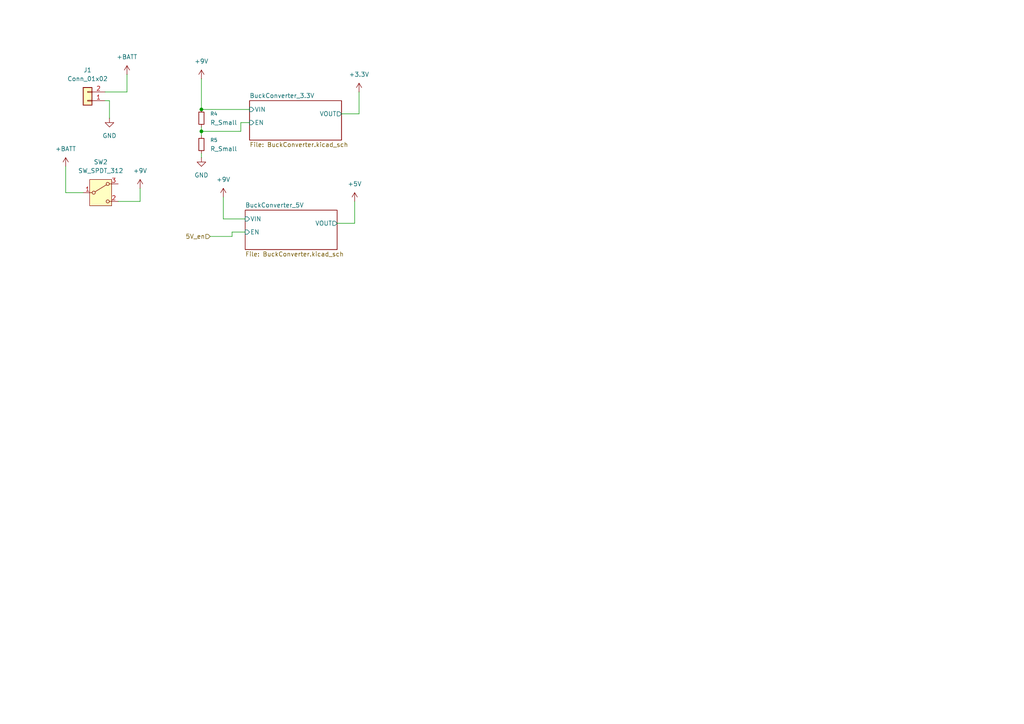
<source format=kicad_sch>
(kicad_sch (version 20250114) (generator "eeschema") (generator_version "9.0")
  (paper "A4")
  (lib_symbols
    (symbol "Connector_Generic:Conn_01x02" (pin_names (offset 1.016) (hide yes))
      (property "Reference" "J" (at 0 2.54 0))
      (property "Value" "Conn_01x02" (at 0 -5.08 0))
      (symbol "Conn_01x02_1_1"
        (rectangle (start -1.27 1.27) (end 1.27 -3.81) (stroke (width 0.254)) (fill (type background)))
        (rectangle (start -1.27 0.127) (end 0 -0.127) (stroke (width 0.1524)))
        (rectangle (start -1.27 -2.413) (end 0 -2.667) (stroke (width 0.1524)))
        (pin passive line (at -5.08 0 0) (length 3.81) (name "Pin_1") (number "1"))
        (pin passive line (at -5.08 -2.54 0) (length 3.81) (name "Pin_2") (number "2"))
      )
    )
    (symbol "Device:R_Small" (pin_numbers (hide yes)) (pin_names (offset 0.254) (hide yes))
      (property "Reference" "R" (at 0 0 90))
      (property "Value" "R_Small" (at 1.778 0 90))
      (symbol "R_Small_0_1"
        (rectangle (start -0.762 1.778) (end 0.762 -1.778) (stroke (width 0.2032)))
      )
      (symbol "R_Small_1_1"
        (pin passive line (at 0 2.54 270) (length 0.762) (name "~") (number "1"))
        (pin passive line (at 0 -2.54 90) (length 0.762) (name "~") (number "2"))
      )
    )
    (symbol "Switch:SW_SPDT_312" (pin_names (offset 1) (hide yes))
      (property "Reference" "SW" (at 0 5.08 0))
      (property "Value" "SW_SPDT_312" (at 0 -5.08 0))
      (symbol "SW_SPDT_312_0_1"
        (circle (center -2.032 0) (radius 0.4572))
        (polyline (pts (xy -1.651 0.254) (xy 1.651 2.286)))
        (circle (center 2.032 2.54) (radius 0.4572))
        (circle (center 2.032 -2.54) (radius 0.4572))
      )
      (symbol "SW_SPDT_312_1_1"
        (rectangle (start -3.175 3.81) (end 3.175 -3.81) (fill (type background)))
        (pin passive line (at -5.08 0 0) (length 2.54) (name "B") (number "1"))
        (pin passive line (at 5.08 2.54 180) (length 2.54) (name "A") (number "3"))
        (pin passive line (at 5.08 -2.54 180) (length 2.54) (name "C") (number "2"))
      )
    )
    (symbol "power:+3.3V" (power) (pin_numbers (hide yes)) (pin_names (offset 0) (hide yes))
      (property "Value" "+3.3V" (at 0 3.556 0))
      (symbol "+3.3V_0_1"
        (polyline (pts (xy -0.762 1.27) (xy 0 2.54)))
        (polyline (pts (xy 0 2.54) (xy 0.762 1.27)))
        (polyline (pts (xy 0 0) (xy 0 2.54)))
      )
      (symbol "+3.3V_1_1"
        (pin power_in line (at 0 0 90) (length 0) (name "~") (number "1"))
      )
    )
    (symbol "power:+9V" (power) (pin_numbers (hide yes)) (pin_names (offset 0) (hide yes))
      (property "Value" "+9V" (at 0 3.556 0))
      (symbol "+9V_0_1"
        (polyline (pts (xy -0.762 1.27) (xy 0 2.54)))
        (polyline (pts (xy 0 2.54) (xy 0.762 1.27)))
        (polyline (pts (xy 0 0) (xy 0 2.54)))
      )
      (symbol "+9V_1_1"
        (pin power_in line (at 0 0 90) (length 0) (name "~") (number "1"))
      )
    )
    (symbol "power:+BATT" (power) (pin_numbers (hide yes)) (pin_names (offset 0) (hide yes))
      (property "Value" "+BATT" (at 0 3.556 0))
      (symbol "+BATT_0_1"
        (polyline (pts (xy -0.762 1.27) (xy 0 2.54)))
        (polyline (pts (xy 0 2.54) (xy 0.762 1.27)))
        (polyline (pts (xy 0 0) (xy 0 2.54)))
      )
      (symbol "+BATT_1_1"
        (pin power_in line (at 0 0 90) (length 0) (name "~") (number "1"))
      )
    )
    (symbol "power:GND" (power) (pin_numbers (hide yes)) (pin_names (offset 0) (hide yes))
      (property "Value" "GND" (at 0 -3.81 0))
      (symbol "GND_0_1"
        (polyline (pts (xy 0 0) (xy 0 -1.27) (xy 1.27 -1.27) (xy 0 -2.54) (xy -1.27 -1.27) (xy 0 -1.27)))
      )
      (symbol "GND_1_1"
        (pin power_in line (at 0 0 270) (length 0) (name "~") (number "1"))
      )
    )
  )
  (junction (at 58.42 31.75))
  (junction (at 58.42 38.1))
  (wire (pts (xy 69.85 35.56) (xy 69.85 38.1)))
  (wire (pts (xy 58.42 45.72) (xy 58.42 44.45)))
  (wire (pts (xy 60.96 68.58) (xy 67.31 68.58)))
  (wire (pts (xy 71.12 63.5) (xy 64.77 63.5)))
  (wire (pts (xy 67.31 67.31) (xy 71.12 67.31)))
  (wire (pts (xy 19.05 55.88) (xy 24.13 55.88)))
  (wire (pts (xy 67.31 68.58) (xy 67.31 67.31)))
  (wire (pts (xy 36.83 26.67) (xy 30.48 26.67)))
  (wire (pts (xy 31.75 29.21) (xy 30.48 29.21)))
  (wire (pts (xy 102.87 58.42) (xy 102.87 64.77)))
  (wire (pts (xy 58.42 36.83) (xy 58.42 38.1)))
  (wire (pts (xy 40.64 54.61) (xy 40.64 58.42)))
  (wire (pts (xy 58.42 38.1) (xy 58.42 39.37)))
  (wire (pts (xy 104.14 26.67) (xy 104.14 33.02)))
  (wire (pts (xy 64.77 57.15) (xy 64.77 63.5)))
  (wire (pts (xy 19.05 48.26) (xy 19.05 55.88)))
  (wire (pts (xy 69.85 38.1) (xy 58.42 38.1)))
  (wire (pts (xy 31.75 34.29) (xy 31.75 29.21)))
  (wire (pts (xy 58.42 22.86) (xy 58.42 31.75)))
  (wire (pts (xy 102.87 64.77) (xy 97.79 64.77)))
  (wire (pts (xy 72.39 31.75) (xy 58.42 31.75)))
  (wire (pts (xy 40.64 58.42) (xy 34.29 58.42)))
  (wire (pts (xy 36.83 21.59) (xy 36.83 26.67)))
  (wire (pts (xy 104.14 33.02) (xy 99.06 33.02)))
  (wire (pts (xy 72.39 35.56) (xy 69.85 35.56)))
  (hierarchical_label "5V_en" (shape input) (at 60.96 68.58 180))
  (symbol (lib_id "power:+BATT") (at 19.05 48.26 0) (unit 1)
    (property "Reference" "#PWR09" (effects (hide yes)))
    (property "Value" "+BATT" (at 19.05 43.18 0))
    (property "Description" "Power symbol creates a global label with name \"+BATT\"" (effects (hide yes)))
  )
  (symbol (lib_id "power:GND") (at 58.42 45.72 0) (unit 1)
    (property "Reference" "#PWR011" (effects (hide yes)))
    (property "Value" "GND" (at 58.42 50.8 0))
    (property "Description" "Power symbol creates a global label with name \"GND\" , ground" (effects (hide yes)))
  )
  (symbol (lib_id "power:+3.3V") (at 102.87 58.42 0) (unit 1)
    (property "Reference" "#PWR015" (effects (hide yes)))
    (property "Value" "+5V" (at 102.87 53.34 0))
    (property "Description" "Power symbol creates a global label with name \"+3.3V\"" (effects (hide yes)))
  )
  (symbol (lib_id "power:+9V") (at 64.77 57.15 0) (unit 1)
    (property "Reference" "#PWR013" (effects (hide yes)))
    (property "Value" "+9V" (at 64.77 52.07 0))
    (property "Description" "Power symbol creates a global label with name \"+9V\"" (effects (hide yes)))
  )
  (symbol (lib_id "power:+3.3V") (at 104.14 26.67 0) (unit 1)
    (property "Reference" "#PWR012" (effects (hide yes)))
    (property "Value" "+3.3V" (at 104.14 21.59 0))
    (property "Description" "Power symbol creates a global label with name \"+3.3V\"" (effects (hide yes)))
  )
  (symbol (lib_id "power:+9V") (at 58.42 22.86 0) (unit 1)
    (property "Reference" "#PWR08" (effects (hide yes)))
    (property "Value" "+9V" (at 58.42 17.78 0))
    (property "Description" "Power symbol creates a global label with name \"+9V\"" (effects (hide yes)))
  )
  (symbol (lib_id "Connector_Generic:Conn_01x02") (at 25.4 29.21 180) (unit 1)
    (property "Reference" "J1" (at 25.4 20.32 0))
    (property "Value" "Conn_01x02" (at 25.4 22.86 0))
    (property "Description" "Generic connector, single row, 01x02, script generated (kicad-library-utils/schlib/autogen/connector/)" (effects (hide yes)))
  )
  (symbol (lib_id "Device:R_Small") (at 58.42 41.91 0) (unit 1)
    (property "Reference" "R5" (at 60.96 40.6399 0) (effects (font (size 1.016 1.016)) (justify left)))
    (property "Value" "R_Small" (at 60.96 43.1799 0) (effects (justify left)))
    (property "Description" "Resistor, small symbol" (effects (hide yes)))
  )
  (symbol (lib_id "Switch:SW_SPDT_312") (at 29.21 55.88 0) (unit 1)
    (property "Reference" "SW2" (at 29.21 46.99 0))
    (property "Value" "SW_SPDT_312" (at 29.21 49.53 0))
    (property "Description" "Switch, single pole double throw" (effects (hide yes)))
  )
  (symbol (lib_id "power:GND") (at 31.75 34.29 0) (unit 1)
    (property "Reference" "#PWR06" (effects (hide yes)))
    (property "Value" "GND" (at 31.75 39.37 0))
    (property "Description" "Power symbol creates a global label with name \"GND\" , ground" (effects (hide yes)))
  )
  (symbol (lib_id "power:+9V") (at 40.64 54.61 0) (unit 1)
    (property "Reference" "#PWR010" (effects (hide yes)))
    (property "Value" "+9V" (at 40.64 49.53 0))
    (property "Description" "Power symbol creates a global label with name \"+9V\"" (effects (hide yes)))
  )
  (symbol (lib_id "Device:R_Small") (at 58.42 34.29 0) (unit 1)
    (property "Reference" "R4" (at 60.96 33.0199 0) (effects (font (size 1.016 1.016)) (justify left)))
    (property "Value" "R_Small" (at 60.96 35.5599 0) (effects (justify left)))
    (property "Description" "Resistor, small symbol" (effects (hide yes)))
  )
  (symbol (lib_id "power:+BATT") (at 36.83 21.59 0) (unit 1)
    (property "Reference" "#PWR07" (effects (hide yes)))
    (property "Value" "+BATT" (at 36.83 16.51 0))
    (property "Description" "Power symbol creates a global label with name \"+BATT\"" (effects (hide yes)))
  )
  (sheet (at 72.39 29.21) (size 26.67 11.43) (stroke (width 0.1524))
    (property "Sheetname" "BuckConverter_3.3V" (at 72.39 28.4984 0) (effects (justify left bottom)))
    (property "Sheetfile" "BuckConverter.kicad_sch" (at 72.39 41.2246 0) (effects (justify left top)))
    (pin "EN" input (at 72.39 35.56 180))
    (pin "VIN" input (at 72.39 31.75 180))
    (pin "VOUT" output (at 99.06 33.02 0))
  )
  (sheet (at 71.12 60.96) (size 26.67 11.43) (stroke (width 0.1524))
    (property "Sheetname" "BuckConverter_5V" (at 71.12 60.2484 0) (effects (justify left bottom)))
    (property "Sheetfile" "BuckConverter.kicad_sch" (at 71.12 72.9746 0) (effects (justify left top)))
    (pin "EN" input (at 71.12 67.31 180))
    (pin "VIN" input (at 71.12 63.5 180))
    (pin "VOUT" output (at 97.79 64.77 0))
  )
)
</source>
